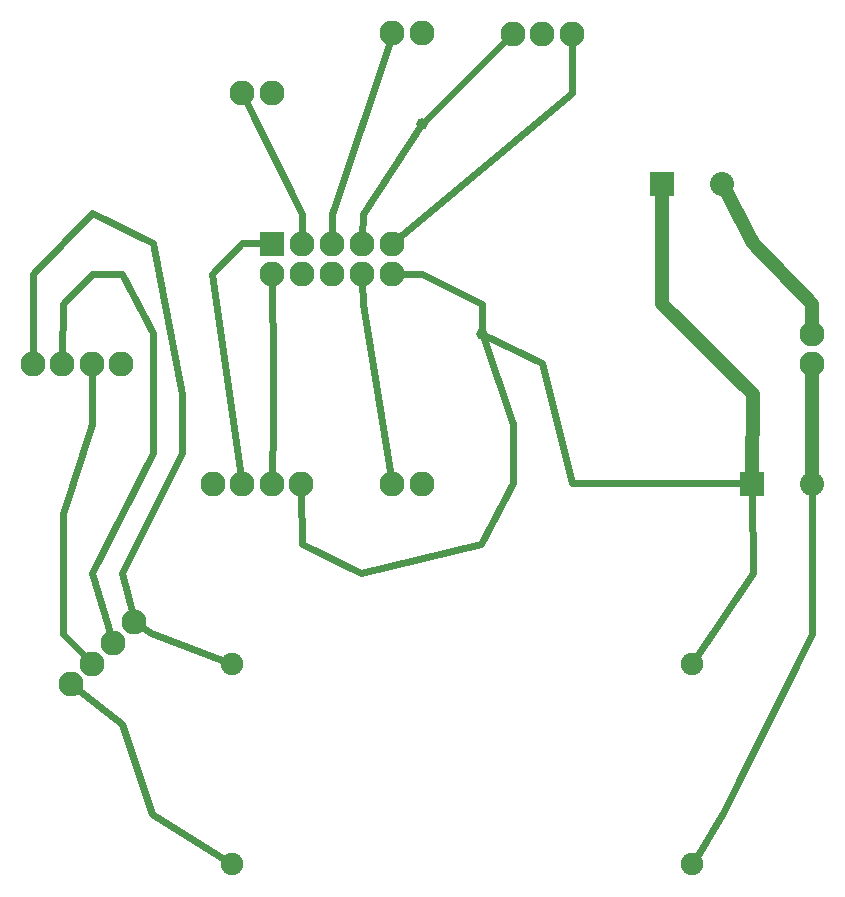
<source format=gtl>
G04 MADE WITH FRITZING*
G04 WWW.FRITZING.ORG*
G04 DOUBLE SIDED*
G04 HOLES PLATED*
G04 CONTOUR ON CENTER OF CONTOUR VECTOR*
%ASAXBY*%
%FSLAX23Y23*%
%MOIN*%
%OFA0B0*%
%SFA1.0B1.0*%
%ADD10C,0.075433*%
%ADD11C,0.080000*%
%ADD12C,0.039370*%
%ADD13C,0.083307*%
%ADD14R,0.080000X0.080000*%
%ADD15R,0.083307X0.083307*%
%ADD16C,0.024000*%
%ADD17C,0.048000*%
%LNCOPPER1*%
G90*
G70*
G54D10*
X1281Y1231D03*
X1281Y562D03*
X2817Y1231D03*
X2817Y562D03*
G54D11*
X3017Y1831D03*
X3217Y1831D03*
G54D12*
X2117Y2331D03*
G54D13*
X618Y2231D03*
X717Y2231D03*
X815Y2231D03*
X914Y2231D03*
X618Y2231D03*
X717Y2231D03*
X815Y2231D03*
X914Y2231D03*
X747Y1162D03*
X817Y1231D03*
X886Y1301D03*
X956Y1371D03*
X2415Y3331D03*
X2317Y3331D03*
X2218Y3331D03*
X1218Y1831D03*
X1317Y1831D03*
X1415Y1831D03*
X1514Y1831D03*
X3217Y2330D03*
X3217Y2231D03*
X1915Y1831D03*
X1817Y1831D03*
X1416Y3132D03*
X1317Y3132D03*
X1916Y3332D03*
X1817Y3332D03*
G54D12*
X1917Y3031D03*
G54D13*
X1417Y2531D03*
X1517Y2531D03*
X1617Y2531D03*
X1717Y2531D03*
X1817Y2531D03*
X1417Y2631D03*
X1517Y2631D03*
X1617Y2631D03*
X1717Y2631D03*
X1817Y2631D03*
X1417Y2531D03*
X1517Y2531D03*
X1617Y2531D03*
X1717Y2531D03*
X1817Y2531D03*
X1417Y2631D03*
X1517Y2631D03*
X1617Y2631D03*
X1717Y2631D03*
X1817Y2631D03*
G54D11*
X2717Y2831D03*
X2917Y2831D03*
X2717Y2831D03*
X2917Y2831D03*
G54D14*
X3017Y1831D03*
G54D15*
X1417Y2631D03*
X1417Y2631D03*
G54D14*
X2717Y2831D03*
X2717Y2831D03*
G54D16*
X1517Y1631D02*
X1714Y1533D01*
D02*
X2415Y3132D02*
X2415Y3310D01*
D02*
X1833Y2645D02*
X2415Y3132D01*
D02*
X1922Y3037D02*
X2203Y3316D01*
D02*
X2218Y1834D02*
X2218Y2031D01*
D02*
X2114Y1631D02*
X2218Y1834D01*
D02*
X1714Y1533D02*
X2114Y1631D01*
D02*
X2218Y2031D02*
X2119Y2324D01*
D02*
X1514Y1810D02*
X1517Y1631D01*
D02*
X915Y1533D02*
X951Y1392D01*
D02*
X816Y1533D02*
X880Y1322D01*
D02*
X718Y1330D02*
X801Y1247D01*
D02*
X1019Y1932D02*
X816Y1533D01*
D02*
X1019Y2332D02*
X1019Y1932D01*
D02*
X915Y2529D02*
X1019Y2332D01*
D02*
X816Y2529D02*
X915Y2529D01*
D02*
X718Y2431D02*
X816Y2529D01*
D02*
X717Y2253D02*
X718Y2431D01*
D02*
X1117Y1932D02*
X915Y1533D01*
D02*
X1117Y2130D02*
X1117Y1932D01*
D02*
X1019Y2633D02*
X1117Y2130D01*
D02*
X816Y2732D02*
X1019Y2633D01*
D02*
X619Y2529D02*
X816Y2732D01*
D02*
X618Y2253D02*
X619Y2529D01*
D02*
X718Y1730D02*
X718Y1330D01*
D02*
X816Y2031D02*
X718Y1730D01*
D02*
X815Y2210D02*
X816Y2031D01*
D02*
X2415Y1834D02*
X2997Y1832D01*
D02*
X2317Y2234D02*
X2415Y1834D01*
D02*
X2124Y2328D02*
X2317Y2234D01*
D02*
X3215Y1330D02*
X3217Y1811D01*
D02*
X1017Y731D02*
X1266Y572D01*
D02*
X917Y1031D02*
X1017Y731D01*
D02*
X1014Y1332D02*
X1265Y1238D01*
D02*
X974Y1359D02*
X1014Y1332D01*
D02*
X764Y1149D02*
X917Y1031D01*
D02*
X2919Y732D02*
X3215Y1330D01*
D02*
X2826Y577D02*
X2919Y732D01*
D02*
X3018Y1533D02*
X3017Y1811D01*
D02*
X2827Y1246D02*
X3018Y1533D01*
D02*
X2117Y2431D02*
X1915Y2529D01*
D02*
X1915Y2529D02*
X1838Y2531D01*
D02*
X2117Y2339D02*
X2117Y2431D01*
G54D17*
D02*
X3217Y1851D02*
X3217Y2210D01*
D02*
X2717Y2431D02*
X2717Y2811D01*
D02*
X3018Y2130D02*
X2717Y2431D01*
D02*
X3017Y1851D02*
X3018Y2130D01*
G54D16*
D02*
X1719Y2431D02*
X1813Y1853D01*
D02*
X1717Y2510D02*
X1719Y2431D01*
D02*
X1517Y2731D02*
X1327Y3113D01*
D02*
X1517Y2653D02*
X1517Y2731D01*
D02*
X1615Y2731D02*
X1811Y3312D01*
D02*
X1616Y2653D02*
X1615Y2731D01*
D02*
X1419Y2031D02*
X1415Y1853D01*
D02*
X1419Y2229D02*
X1419Y2031D01*
D02*
X1217Y2529D02*
X1314Y1853D01*
D02*
X1315Y2633D02*
X1217Y2529D01*
D02*
X1417Y2510D02*
X1419Y2229D01*
D02*
X1395Y2632D02*
X1315Y2633D01*
D02*
X1719Y2731D02*
X1717Y2653D01*
D02*
X1912Y3025D02*
X1719Y2731D01*
G54D17*
D02*
X3215Y2431D02*
X3018Y2633D01*
D02*
X3018Y2633D02*
X2926Y2814D01*
D02*
X3216Y2352D02*
X3215Y2431D01*
G04 End of Copper1*
M02*
</source>
